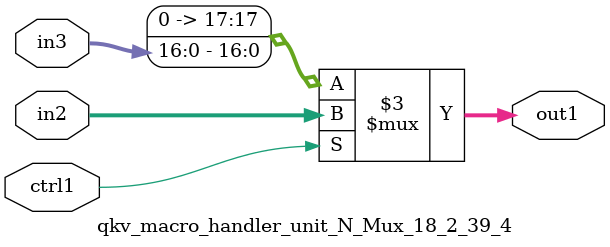
<source format=v>

`timescale 1ps / 1ps


module qkv_macro_handler_unit_N_Mux_18_2_39_4( in3, in2, ctrl1, out1 );

    input [16:0] in3;
    input [17:0] in2;
    input ctrl1;
    output [17:0] out1;
    reg [17:0] out1;

    
    // rtl_process:qkv_macro_handler_unit_N_Mux_18_2_39_4/qkv_macro_handler_unit_N_Mux_18_2_39_4_thread_1
    always @*
      begin : qkv_macro_handler_unit_N_Mux_18_2_39_4_thread_1
        case (ctrl1) 
          1'b1: 
            begin
              out1 = in2;
            end
          default: 
            begin
              out1 = {1'b0, in3};
            end
        endcase
      end

endmodule



</source>
